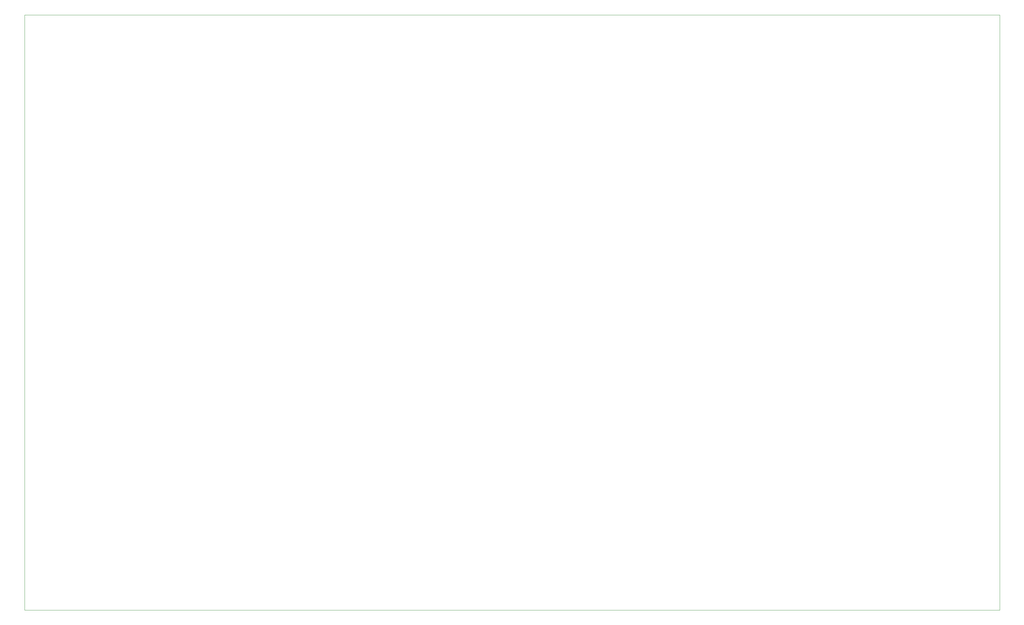
<source format=gm1>
%TF.GenerationSoftware,KiCad,Pcbnew,(5.1.8)-1*%
%TF.CreationDate,2020-12-17T20:59:30+05:45*%
%TF.ProjectId,pll_soc_testboard,706c6c5f-736f-4635-9f74-657374626f61,rev?*%
%TF.SameCoordinates,Original*%
%TF.FileFunction,Profile,NP*%
%FSLAX46Y46*%
G04 Gerber Fmt 4.6, Leading zero omitted, Abs format (unit mm)*
G04 Created by KiCad (PCBNEW (5.1.8)-1) date 2020-12-17 20:59:30*
%MOMM*%
%LPD*%
G01*
G04 APERTURE LIST*
%TA.AperFunction,Profile*%
%ADD10C,0.050000*%
%TD*%
G04 APERTURE END LIST*
D10*
X16256000Y-177800000D02*
X281432000Y-177800000D01*
X16256000Y-15748000D02*
X16256000Y-177800000D01*
X281432000Y-15748000D02*
X16256000Y-15748000D01*
X281432000Y-177800000D02*
X281432000Y-15748000D01*
M02*

</source>
